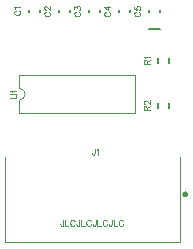
<source format=gbr>
G04 DipTrace 4.1.3.1*
G04 TopSilk.gbr*
%MOIN*%
G04 #@! TF.FileFunction,Legend,Top*
G04 #@! TF.Part,Single*
%ADD10C,0.004724*%
%ADD16C,0.005906*%
%ADD32C,0.003088*%
%FSLAX26Y26*%
G04*
G70*
G90*
G75*
G01*
G04 TopSilk*
%LPD*%
X440182Y823269D2*
D10*
X825970Y823298D1*
X440172Y951505D2*
X825960Y951535D1*
X825970Y823298D2*
X825960Y951535D1*
X440182Y823269D2*
X440179Y866654D1*
X440176Y908119D2*
X440172Y951505D1*
X440179Y866654D2*
G03X440176Y908119I-1088J20732D01*
G01*
X393898Y677215D2*
Y393751D1*
X974606D1*
Y677215D1*
G36*
X983858Y553740D2*
X983942Y555025D1*
X984194Y556288D1*
X984607Y557507D1*
X985177Y558661D1*
X985892Y559732D1*
X986741Y560700D1*
X987709Y561549D1*
X988780Y562264D1*
X989934Y562833D1*
X991153Y563247D1*
X992416Y563498D1*
X993701Y563583D1*
X994985Y563498D1*
X996248Y563247D1*
X997467Y562833D1*
X998622Y562264D1*
X999693Y561549D1*
X1000660Y560700D1*
X1001509Y559732D1*
X1002225Y558661D1*
X1002794Y557507D1*
X1003208Y556288D1*
X1003459Y555025D1*
X1003543Y553740D1*
D1*
X1003459Y552455D1*
X1003208Y551193D1*
X1002794Y549974D1*
X1002225Y548819D1*
X1001509Y547748D1*
X1000660Y546780D1*
X999693Y545932D1*
X998622Y545216D1*
X997467Y544647D1*
X996248Y544233D1*
X994985Y543982D1*
X993701Y543898D1*
X992416Y543982D1*
X991153Y544233D1*
X989934Y544647D1*
X988780Y545216D1*
X987709Y545932D1*
X986741Y546780D1*
X985892Y547748D1*
X985177Y548819D1*
X984607Y549974D1*
X984194Y551193D1*
X983942Y552455D1*
X983858Y553740D1*
D1*
G37*
X471259Y1161023D2*
D16*
X471258Y1168110D1*
X509054Y1161024D2*
Y1168111D1*
X571259Y1161023D2*
X571258Y1168109D1*
X609054Y1161025D2*
Y1168111D1*
X671259Y1161023D2*
X671258Y1168109D1*
X709054Y1161025D2*
Y1168111D1*
X771259Y1161023D2*
X771258Y1168109D1*
X809054Y1161025D2*
Y1168111D1*
X871260Y1161023D2*
Y1168109D1*
X909055Y1161025D2*
Y1168111D1*
X872050Y1105117D2*
X908271Y1105119D1*
X902756Y992864D2*
Y1008613D1*
X940551Y992865D2*
Y1008613D1*
X902903Y842912D2*
Y858661D1*
X940699Y842914D2*
X940698Y858662D1*
X586707Y468807D2*
D32*
Y453508D1*
X585757Y450634D1*
X584784Y449684D1*
X582883Y448711D1*
X580959D1*
X579058Y449684D1*
X578107Y450634D1*
X577134Y453508D1*
Y455410D1*
X592883Y468807D2*
Y448711D1*
X604357D1*
X624880Y464032D2*
X623930Y465933D1*
X622006Y467856D1*
X620105Y468807D1*
X616281D1*
X614357Y467856D1*
X612456Y465933D1*
X611483Y464032D1*
X610533Y461158D1*
Y456360D1*
X611483Y453508D1*
X612456Y451585D1*
X614357Y449684D1*
X616281Y448711D1*
X620105D1*
X622006Y449684D1*
X623930Y451585D1*
X624880Y453508D1*
X640629Y468807D2*
Y453508D1*
X639678Y450634D1*
X638705Y449684D1*
X636804Y448711D1*
X634881D1*
X632980Y449684D1*
X632029Y450634D1*
X631056Y453508D1*
Y455410D1*
X646805Y468807D2*
Y448711D1*
X658279D1*
X678802Y464032D2*
X677852Y465933D1*
X675928Y467856D1*
X674027Y468807D1*
X670202D1*
X668279Y467856D1*
X666378Y465933D1*
X665405Y464032D1*
X664454Y461158D1*
Y456360D1*
X665405Y453508D1*
X666378Y451585D1*
X668279Y449684D1*
X670202Y448711D1*
X674027D1*
X675928Y449684D1*
X677852Y451585D1*
X678802Y453508D1*
X694551Y468807D2*
Y453508D1*
X693600Y450634D1*
X692627Y449684D1*
X690726Y448711D1*
X688803D1*
X686901Y449684D1*
X685951Y450634D1*
X684978Y453508D1*
Y455410D1*
X700726Y468807D2*
Y448711D1*
X712200D1*
X732724Y464032D2*
X731773Y465933D1*
X729850Y467856D1*
X727949Y468807D1*
X724124D1*
X722201Y467856D1*
X720299Y465933D1*
X719327Y464032D1*
X718376Y461158D1*
Y456360D1*
X719327Y453508D1*
X720299Y451585D1*
X722201Y449684D1*
X724124Y448711D1*
X727949D1*
X729850Y449684D1*
X731773Y451585D1*
X732724Y453508D1*
X748472Y468807D2*
Y453508D1*
X747522Y450634D1*
X746549Y449684D1*
X744648Y448711D1*
X742724D1*
X740823Y449684D1*
X739872Y450634D1*
X738900Y453508D1*
Y455410D1*
X754648Y468807D2*
Y448711D1*
X766122D1*
X786646Y464032D2*
X785695Y465933D1*
X783772Y467856D1*
X781870Y468807D1*
X778046D1*
X776122Y467856D1*
X774221Y465933D1*
X773248Y464032D1*
X772298Y461158D1*
Y456360D1*
X773248Y453508D1*
X774221Y451585D1*
X776122Y449684D1*
X778046Y448711D1*
X781870D1*
X783772Y449684D1*
X785695Y451585D1*
X786646Y453508D1*
X410889Y875199D2*
X425237Y875200D1*
X428111Y876151D1*
X430012Y878075D1*
X430984Y880949D1*
Y882850D1*
X430011Y885724D1*
X428110Y887647D1*
X425236Y888598D1*
X410888Y888597D1*
X414734Y894773D2*
X413761Y896696D1*
X410909Y899570D1*
X430983Y899571D1*
X692016Y706504D2*
Y691206D1*
X691066Y688332D1*
X690093Y687381D1*
X688192Y686408D1*
X686268D1*
X684367Y687381D1*
X683416Y688332D1*
X682444Y691206D1*
Y693107D1*
X698192Y702658D2*
X700115Y703630D1*
X702989Y706482D1*
Y686408D1*
X428634Y1166252D2*
X426733Y1165302D1*
X424810Y1163378D1*
X423859Y1161477D1*
Y1157652D1*
X424810Y1155729D1*
X426733Y1153828D1*
X428635Y1152855D1*
X431509Y1151904D1*
X436306Y1151905D1*
X439158Y1152855D1*
X441081Y1153828D1*
X442983Y1155729D1*
X443955Y1157653D1*
Y1161478D1*
X442982Y1163379D1*
X441081Y1165302D1*
X439158Y1166253D1*
X427706Y1172428D2*
X426733Y1174351D1*
X423881Y1177225D1*
X443955Y1177226D1*
X528634Y1161951D2*
X526733Y1161001D1*
X524810Y1159077D1*
X523859Y1157176D1*
X523860Y1153351D1*
X524810Y1151428D1*
X526734Y1149527D1*
X528635Y1148554D1*
X531509Y1147604D1*
X536307D1*
X539158Y1148555D1*
X541082Y1149527D1*
X542983Y1151429D1*
X543956Y1153352D1*
X543955Y1157177D1*
X542983Y1159078D1*
X541081Y1161001D1*
X539158Y1161952D1*
X528656Y1169100D2*
X527706D1*
X525782Y1170050D1*
X524831Y1171001D1*
X523881Y1172924D1*
Y1176749D1*
X524831Y1178650D1*
X525782Y1179601D1*
X527705Y1180574D1*
X529606D1*
X531530Y1179601D1*
X534382Y1177700D1*
X543955Y1168128D1*
X543954Y1181525D1*
X628634Y1161951D2*
X626733Y1161001D1*
X624810Y1159077D1*
X623859Y1157176D1*
X623860Y1153351D1*
X624810Y1151428D1*
X626734Y1149527D1*
X628635Y1148554D1*
X631509Y1147604D1*
X636307D1*
X639158Y1148555D1*
X641082Y1149527D1*
X642983Y1151429D1*
X643956Y1153352D1*
X643955Y1157177D1*
X642983Y1159078D1*
X641081Y1161001D1*
X639158Y1161952D1*
X623881Y1170050D2*
X623880Y1180552D1*
X631530Y1174826D1*
Y1177700D1*
X632480Y1179601D1*
X633431Y1180552D1*
X636305Y1181525D1*
X638206D1*
X641080Y1180552D1*
X643004Y1178651D1*
X643955Y1175777D1*
Y1172903D1*
X643004Y1170051D1*
X642031Y1169101D1*
X640130Y1168128D1*
X728634Y1161476D2*
X726733Y1160525D1*
X724810Y1158602D1*
X723859Y1156701D1*
X723860Y1152876D1*
X724810Y1150953D1*
X726734Y1149051D1*
X728635Y1148079D1*
X731509Y1147128D1*
X736307Y1147129D1*
X739158Y1148079D1*
X741082Y1149052D1*
X742983Y1150954D1*
X743956Y1152877D1*
X743955Y1156702D1*
X742983Y1158603D1*
X741081Y1160526D1*
X739158Y1161477D1*
X743954Y1177225D2*
X723881Y1177224D1*
X737256Y1167652D1*
Y1182000D1*
X828636Y1161951D2*
X826735Y1161001D1*
X824811Y1159077D1*
X823861Y1157176D1*
Y1153351D1*
X824812Y1151428D1*
X826735Y1149527D1*
X828636Y1148554D1*
X831510Y1147604D1*
X836308D1*
X839160Y1148555D1*
X841083Y1149527D1*
X842984Y1151429D1*
X843957Y1153352D1*
Y1157177D1*
X842984Y1159078D1*
X841083Y1161001D1*
X839159Y1161952D1*
X823882Y1179601D2*
Y1170050D1*
X832482Y1169100D1*
X831532Y1170051D1*
X830559Y1172925D1*
Y1175777D1*
X831531Y1178651D1*
X833432Y1180574D1*
X836306Y1181525D1*
X838208D1*
X841082Y1180574D1*
X843005Y1178651D1*
X843956Y1175777D1*
Y1172925D1*
X843005Y1170051D1*
X842033Y1169101D1*
X840132Y1168128D1*
X864929Y988553D2*
Y997153D1*
X863956Y1000027D1*
X863006Y1000999D1*
X861104Y1001950D1*
X859181D1*
X857280Y1000999D1*
X856307Y1000026D1*
X855357Y997152D1*
Y988552D1*
X875453Y988553D1*
X864929Y995251D2*
X875452Y1001950D1*
X859203Y1008126D2*
X858230Y1010049D1*
X855378Y1012923D1*
X875452D1*
X865077Y834300D2*
X865076Y842899D1*
X864104Y845773D1*
X863153Y846746D1*
X861252Y847697D1*
X859328D1*
X857427Y846746D1*
X856454Y845773D1*
X855504Y842899D1*
Y834299D1*
X875600Y834300D1*
X865077Y840998D2*
X875600Y847697D1*
X860301Y854845D2*
X859350D1*
X857427Y855796D1*
X856476Y856746D1*
X855525Y858669D1*
Y862494D1*
X856476Y864395D1*
X857426Y865346D1*
X859349Y866319D1*
X861251D1*
X863174Y865346D1*
X866026Y863445D1*
X875599Y853873D1*
Y867270D1*
M02*

</source>
